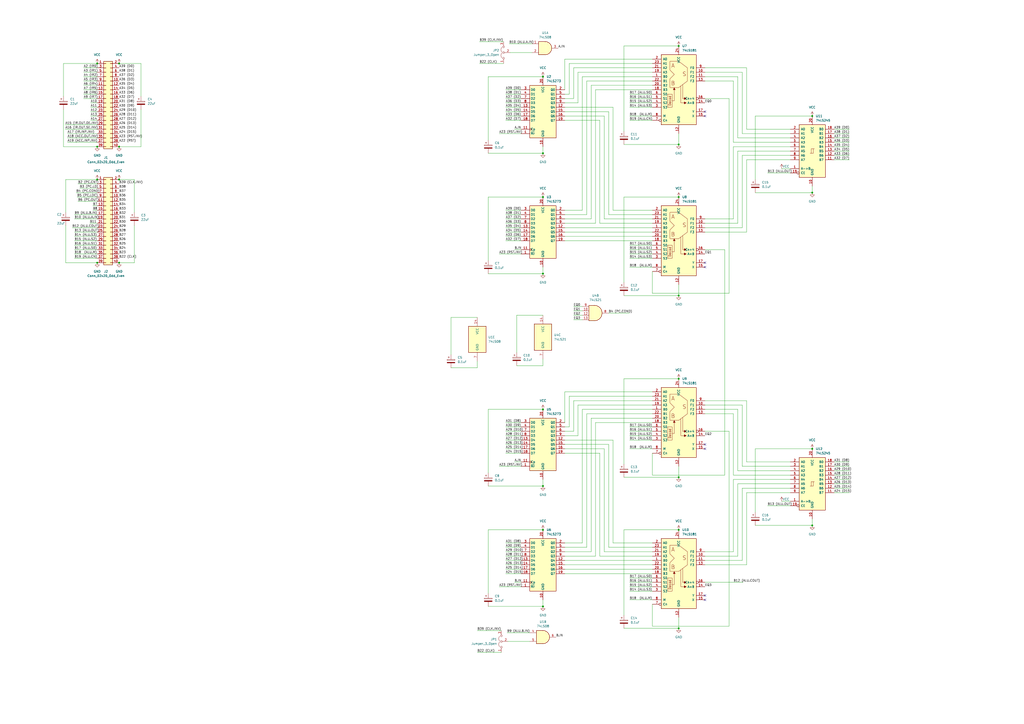
<source format=kicad_sch>
(kicad_sch (version 20211123) (generator eeschema)
  (paper "A2")
  (junction (at 393.7 364.49))
  (junction (at 314.96 44.45))
  (junction (at 314.96 158.75))
  (junction (at 69.088 85.09))
  (junction (at 56.388 152.4))
  (junction (at 393.7 26.67))
  (junction (at 69.088 104.14))
  (junction (at 393.7 276.86))
  (junction (at 69.088 36.83))
  (junction (at 56.388 104.14))
  (junction (at 393.7 114.3))
  (junction (at 314.96 237.49))
  (junction (at 56.388 36.83))
  (junction (at 69.088 152.4))
  (junction (at 314.96 351.79))
  (junction (at 314.96 307.34))
  (junction (at 471.17 111.76))
  (junction (at 314.96 281.94))
  (junction (at 314.96 114.3))
  (junction (at 393.7 83.82))
  (junction (at 393.7 171.45))
  (junction (at 471.17 304.8))
  (junction (at 393.7 307.34))
  (junction (at 314.96 88.9))
  (junction (at 393.7 219.71))
  (junction (at 56.388 85.09))
  (junction (at 471.17 260.35))
  (junction (at 471.17 67.31))
  (no_connect (at 408.94 64.77))
  (no_connect (at 408.94 152.4))
  (no_connect (at 408.94 257.81))
  (no_connect (at 408.94 260.35))
  (no_connect (at 408.94 345.44))
  (no_connect (at 408.94 347.98))
  (no_connect (at 408.94 154.94))
  (no_connect (at 408.94 67.31))
  (wire (pts (xy 483.87 270.51) (xy 492.76 270.51)))
  (wire (pts (xy 261.62 213.36) (xy 276.86 213.36)))
  (wire (pts (xy 433.07 232.41) (xy 408.94 232.41)))
  (wire (pts (xy 52.578 62.23) (xy 56.388 62.23)))
  (wire (pts (xy 471.17 304.8) (xy 471.17 300.99)))
  (wire (pts (xy 340.36 46.99) (xy 378.46 46.99)))
  (wire (pts (xy 378.46 350.52) (xy 378.46 363.22)))
  (wire (pts (xy 81.788 36.83) (xy 81.788 55.88)))
  (wire (pts (xy 81.788 85.09) (xy 81.788 63.5)))
  (wire (pts (xy 342.9 320.04) (xy 342.9 242.57)))
  (wire (pts (xy 295.91 30.48) (xy 308.61 30.48)))
  (wire (pts (xy 365.252 255.27) (xy 378.46 255.27)))
  (wire (pts (xy 445.262 293.37) (xy 458.47 293.37)))
  (wire (pts (xy 365.252 340.36) (xy 378.46 340.36)))
  (wire (pts (xy 471.17 111.76) (xy 471.17 107.95)))
  (wire (pts (xy 425.45 82.55) (xy 458.47 82.55)))
  (wire (pts (xy 365.252 337.82) (xy 378.46 337.82)))
  (wire (pts (xy 298.45 144.78) (xy 302.26 144.78)))
  (wire (pts (xy 430.53 77.47) (xy 458.47 77.47)))
  (wire (pts (xy 337.82 44.45) (xy 378.46 44.45)))
  (wire (pts (xy 430.53 234.95) (xy 430.53 270.51)))
  (wire (pts (xy 327.66 62.23) (xy 355.6 62.23)))
  (wire (pts (xy 427.99 87.63) (xy 427.99 129.54)))
  (wire (pts (xy 425.45 85.09) (xy 425.45 127)))
  (wire (pts (xy 293.37 247.65) (xy 302.26 247.65)))
  (wire (pts (xy 483.87 87.63) (xy 492.76 87.63)))
  (wire (pts (xy 294.132 367.03) (xy 307.34 367.03)))
  (wire (pts (xy 314.96 351.79) (xy 314.96 347.98)))
  (wire (pts (xy 293.37 327.66) (xy 302.26 327.66)))
  (wire (pts (xy 347.98 322.58) (xy 347.98 262.89)))
  (wire (pts (xy 365.252 335.28) (xy 378.46 335.28)))
  (wire (pts (xy 332.74 232.41) (xy 378.46 232.41)))
  (wire (pts (xy 327.66 332.74) (xy 378.46 332.74)))
  (wire (pts (xy 48.514 57.15) (xy 56.388 57.15)))
  (wire (pts (xy 378.46 170.18) (xy 422.91 170.18)))
  (wire (pts (xy 483.87 285.75) (xy 492.76 285.75)))
  (wire (pts (xy 483.87 275.59) (xy 492.76 275.59)))
  (wire (pts (xy 353.06 317.5) (xy 378.46 317.5)))
  (wire (pts (xy 330.2 54.61) (xy 330.2 36.83)))
  (wire (pts (xy 293.37 134.62) (xy 302.26 134.62)))
  (wire (pts (xy 350.52 320.04) (xy 378.46 320.04)))
  (wire (pts (xy 327.66 257.81) (xy 353.06 257.81)))
  (wire (pts (xy 327.66 139.7) (xy 378.46 139.7)))
  (wire (pts (xy 427.99 280.67) (xy 427.99 322.58)))
  (wire (pts (xy 293.37 137.16) (xy 302.26 137.16)))
  (wire (pts (xy 422.91 250.19) (xy 408.94 250.19)))
  (wire (pts (xy 408.94 127) (xy 425.45 127)))
  (wire (pts (xy 38.1 123.19) (xy 38.1 104.14)))
  (wire (pts (xy 365.252 154.94) (xy 378.46 154.94)))
  (wire (pts (xy 483.87 85.09) (xy 492.76 85.09)))
  (wire (pts (xy 378.46 262.89) (xy 378.46 275.59)))
  (wire (pts (xy 293.37 262.89) (xy 302.26 262.89)))
  (wire (pts (xy 350.52 260.35) (xy 350.52 320.04)))
  (wire (pts (xy 408.94 240.03) (xy 425.45 240.03)))
  (wire (pts (xy 365.252 260.35) (xy 378.46 260.35)))
  (wire (pts (xy 433.07 39.37) (xy 408.94 39.37)))
  (wire (pts (xy 278.13 36.83) (xy 292.1 36.83)))
  (wire (pts (xy 289.56 147.32) (xy 302.26 147.32)))
  (wire (pts (xy 327.66 34.29) (xy 378.46 34.29)))
  (wire (pts (xy 327.66 52.07) (xy 327.66 34.29)))
  (wire (pts (xy 433.07 267.97) (xy 433.07 232.41)))
  (wire (pts (xy 45.212 106.68) (xy 56.388 106.68)))
  (wire (pts (xy 278.13 24.13) (xy 292.1 24.13)))
  (wire (pts (xy 353.06 257.81) (xy 353.06 317.5)))
  (wire (pts (xy 438.15 304.8) (xy 471.17 304.8)))
  (wire (pts (xy 365.252 147.32) (xy 378.46 147.32)))
  (wire (pts (xy 330.2 247.65) (xy 330.2 229.87)))
  (wire (pts (xy 483.87 267.97) (xy 492.76 267.97)))
  (wire (pts (xy 453.39 97.79) (xy 458.47 97.79)))
  (wire (pts (xy 365.252 67.31) (xy 378.46 67.31)))
  (wire (pts (xy 332.74 250.19) (xy 332.74 232.41)))
  (wire (pts (xy 365.252 142.24) (xy 378.46 142.24)))
  (wire (pts (xy 314.96 281.94) (xy 314.96 278.13)))
  (wire (pts (xy 408.94 337.82) (xy 431.038 337.82)))
  (wire (pts (xy 330.2 36.83) (xy 378.46 36.83)))
  (wire (pts (xy 365.252 59.69) (xy 378.46 59.69)))
  (wire (pts (xy 314.96 158.75) (xy 314.96 154.94)))
  (wire (pts (xy 408.94 322.58) (xy 427.99 322.58)))
  (wire (pts (xy 335.28 234.95) (xy 378.46 234.95)))
  (wire (pts (xy 361.95 269.24) (xy 361.95 219.71)))
  (wire (pts (xy 48.514 41.91) (xy 56.388 41.91)))
  (wire (pts (xy 365.252 247.65) (xy 378.46 247.65)))
  (wire (pts (xy 43.18 137.16) (xy 56.388 137.16)))
  (wire (pts (xy 408.94 129.54) (xy 427.99 129.54)))
  (wire (pts (xy 408.94 134.62) (xy 433.07 134.62)))
  (wire (pts (xy 342.9 49.53) (xy 378.46 49.53)))
  (wire (pts (xy 342.9 127) (xy 342.9 49.53)))
  (wire (pts (xy 293.37 257.81) (xy 302.26 257.81)))
  (wire (pts (xy 293.37 57.15) (xy 302.26 57.15)))
  (wire (pts (xy 393.7 364.49) (xy 393.7 358.14)))
  (wire (pts (xy 36.83 36.83) (xy 56.388 36.83)))
  (wire (pts (xy 365.252 62.23) (xy 378.46 62.23)))
  (wire (pts (xy 408.94 237.49) (xy 427.99 237.49)))
  (wire (pts (xy 276.86 365.76) (xy 290.83 365.76)))
  (wire (pts (xy 327.66 252.73) (xy 335.28 252.73)))
  (wire (pts (xy 350.52 127) (xy 378.46 127)))
  (wire (pts (xy 425.45 46.99) (xy 425.45 82.55)))
  (wire (pts (xy 337.82 121.92) (xy 337.82 44.45)))
  (wire (pts (xy 44.196 111.76) (xy 56.388 111.76)))
  (wire (pts (xy 353.06 181.61) (xy 365.252 181.61)))
  (wire (pts (xy 420.37 144.78) (xy 408.94 144.78)))
  (wire (pts (xy 43.18 124.46) (xy 56.388 124.46)))
  (wire (pts (xy 340.36 240.03) (xy 378.46 240.03)))
  (wire (pts (xy 361.95 356.87) (xy 361.95 307.34)))
  (wire (pts (xy 52.578 64.77) (xy 56.388 64.77)))
  (wire (pts (xy 327.66 247.65) (xy 330.2 247.65)))
  (wire (pts (xy 327.66 314.96) (xy 337.82 314.96)))
  (wire (pts (xy 299.72 204.47) (xy 299.72 182.88)))
  (wire (pts (xy 408.94 41.91) (xy 430.53 41.91)))
  (wire (pts (xy 408.94 320.04) (xy 425.45 320.04)))
  (wire (pts (xy 327.66 325.12) (xy 378.46 325.12)))
  (wire (pts (xy 327.66 250.19) (xy 332.74 250.19)))
  (wire (pts (xy 293.37 317.5) (xy 302.26 317.5)))
  (wire (pts (xy 332.74 185.42) (xy 337.82 185.42)))
  (wire (pts (xy 427.99 80.01) (xy 458.47 80.01)))
  (wire (pts (xy 425.45 278.13) (xy 425.45 320.04)))
  (wire (pts (xy 283.21 237.49) (xy 314.96 237.49)))
  (wire (pts (xy 46.228 109.22) (xy 56.388 109.22)))
  (wire (pts (xy 48.514 54.61) (xy 56.388 54.61)))
  (wire (pts (xy 361.95 171.45) (xy 393.7 171.45)))
  (wire (pts (xy 298.45 74.93) (xy 302.26 74.93)))
  (wire (pts (xy 408.94 327.66) (xy 433.07 327.66)))
  (wire (pts (xy 43.18 142.24) (xy 56.388 142.24)))
  (wire (pts (xy 347.98 129.54) (xy 347.98 69.85)))
  (wire (pts (xy 427.99 237.49) (xy 427.99 273.05)))
  (wire (pts (xy 433.07 74.93) (xy 433.07 39.37)))
  (wire (pts (xy 283.21 44.45) (xy 314.96 44.45)))
  (wire (pts (xy 408.94 234.95) (xy 430.53 234.95)))
  (wire (pts (xy 458.47 74.93) (xy 433.07 74.93)))
  (wire (pts (xy 408.94 325.12) (xy 430.53 325.12)))
  (wire (pts (xy 293.37 54.61) (xy 302.26 54.61)))
  (wire (pts (xy 335.28 59.69) (xy 335.28 41.91)))
  (wire (pts (xy 52.578 69.85) (xy 56.388 69.85)))
  (wire (pts (xy 483.87 82.55) (xy 492.76 82.55)))
  (wire (pts (xy 438.15 67.31) (xy 471.17 67.31)))
  (wire (pts (xy 294.64 372.11) (xy 307.34 372.11)))
  (wire (pts (xy 293.37 314.96) (xy 302.26 314.96)))
  (wire (pts (xy 361.95 219.71) (xy 393.7 219.71)))
  (wire (pts (xy 332.74 39.37) (xy 378.46 39.37)))
  (wire (pts (xy 365.252 250.19) (xy 378.46 250.19)))
  (wire (pts (xy 427.99 87.63) (xy 458.47 87.63)))
  (wire (pts (xy 293.37 139.7) (xy 302.26 139.7)))
  (wire (pts (xy 283.21 344.17) (xy 283.21 307.34)))
  (wire (pts (xy 347.98 262.89) (xy 327.66 262.89)))
  (wire (pts (xy 483.87 80.01) (xy 492.76 80.01)))
  (wire (pts (xy 293.37 62.23) (xy 302.26 62.23)))
  (wire (pts (xy 293.37 127) (xy 302.26 127)))
  (wire (pts (xy 283.21 151.13) (xy 283.21 114.3)))
  (wire (pts (xy 438.15 104.14) (xy 438.15 67.31)))
  (wire (pts (xy 327.66 127) (xy 342.9 127)))
  (wire (pts (xy 53.848 121.92) (xy 56.388 121.92)))
  (wire (pts (xy 38.1 130.81) (xy 38.1 152.4)))
  (wire (pts (xy 327.66 59.69) (xy 335.28 59.69)))
  (wire (pts (xy 345.44 245.11) (xy 378.46 245.11)))
  (wire (pts (xy 327.66 54.61) (xy 330.2 54.61)))
  (wire (pts (xy 355.6 255.27) (xy 355.6 314.96)))
  (wire (pts (xy 337.82 237.49) (xy 378.46 237.49)))
  (wire (pts (xy 453.39 290.83) (xy 458.47 290.83)))
  (wire (pts (xy 314.96 88.9) (xy 314.96 85.09)))
  (wire (pts (xy 283.21 81.28) (xy 283.21 44.45)))
  (wire (pts (xy 378.46 157.48) (xy 378.46 170.18)))
  (wire (pts (xy 327.66 317.5) (xy 340.36 317.5)))
  (wire (pts (xy 337.82 314.96) (xy 337.82 237.49)))
  (wire (pts (xy 293.37 121.92) (xy 302.26 121.92)))
  (wire (pts (xy 293.37 245.11) (xy 302.26 245.11)))
  (wire (pts (xy 335.28 252.73) (xy 335.28 234.95)))
  (wire (pts (xy 283.21 307.34) (xy 314.96 307.34)))
  (wire (pts (xy 427.99 44.45) (xy 427.99 80.01)))
  (wire (pts (xy 365.252 252.73) (xy 378.46 252.73)))
  (wire (pts (xy 261.62 184.15) (xy 276.86 184.15)))
  (wire (pts (xy 342.9 242.57) (xy 378.46 242.57)))
  (wire (pts (xy 327.66 327.66) (xy 378.46 327.66)))
  (wire (pts (xy 430.53 283.21) (xy 458.47 283.21)))
  (wire (pts (xy 283.21 274.32) (xy 283.21 237.49)))
  (wire (pts (xy 345.44 129.54) (xy 345.44 52.07)))
  (wire (pts (xy 427.99 273.05) (xy 458.47 273.05)))
  (wire (pts (xy 365.252 69.85) (xy 378.46 69.85)))
  (wire (pts (xy 327.66 322.58) (xy 345.44 322.58)))
  (wire (pts (xy 355.6 62.23) (xy 355.6 121.92)))
  (wire (pts (xy 37.846 74.93) (xy 56.388 74.93)))
  (wire (pts (xy 393.7 276.86) (xy 393.7 270.51)))
  (wire (pts (xy 430.53 270.51) (xy 458.47 270.51)))
  (wire (pts (xy 430.53 90.17) (xy 430.53 132.08)))
  (wire (pts (xy 361.95 83.82) (xy 393.7 83.82)))
  (wire (pts (xy 361.95 276.86) (xy 393.7 276.86)))
  (wire (pts (xy 330.2 229.87) (xy 378.46 229.87)))
  (wire (pts (xy 276.86 213.36) (xy 276.86 209.55)))
  (wire (pts (xy 52.578 59.69) (xy 56.388 59.69)))
  (wire (pts (xy 41.91 132.08) (xy 56.388 132.08)))
  (wire (pts (xy 289.56 340.36) (xy 302.26 340.36)))
  (wire (pts (xy 293.37 252.73) (xy 302.26 252.73)))
  (wire (pts (xy 69.088 152.4) (xy 77.978 152.4)))
  (wire (pts (xy 293.37 325.12) (xy 302.26 325.12)))
  (wire (pts (xy 327.66 260.35) (xy 350.52 260.35)))
  (wire (pts (xy 69.088 85.09) (xy 81.788 85.09)))
  (wire (pts (xy 433.07 285.75) (xy 433.07 327.66)))
  (wire (pts (xy 48.514 39.37) (xy 56.388 39.37)))
  (wire (pts (xy 361.95 26.67) (xy 393.7 26.67)))
  (wire (pts (xy 332.74 57.15) (xy 332.74 39.37)))
  (wire (pts (xy 39.116 82.55) (xy 56.388 82.55)))
  (wire (pts (xy 52.07 129.54) (xy 56.388 129.54)))
  (wire (pts (xy 327.66 255.27) (xy 355.6 255.27)))
  (wire (pts (xy 483.87 278.13) (xy 492.76 278.13)))
  (wire (pts (xy 314.96 212.09) (xy 314.96 208.28)))
  (wire (pts (xy 283.21 158.75) (xy 314.96 158.75)))
  (wire (pts (xy 293.37 67.31) (xy 302.26 67.31)))
  (wire (pts (xy 340.36 317.5) (xy 340.36 240.03)))
  (wire (pts (xy 43.18 139.7) (xy 56.388 139.7)))
  (wire (pts (xy 293.37 330.2) (xy 302.26 330.2)))
  (wire (pts (xy 332.74 180.34) (xy 337.82 180.34)))
  (wire (pts (xy 408.94 46.99) (xy 425.45 46.99)))
  (wire (pts (xy 425.45 275.59) (xy 458.47 275.59)))
  (wire (pts (xy 393.7 83.82) (xy 393.7 77.47)))
  (wire (pts (xy 361.95 307.34) (xy 393.7 307.34)))
  (wire (pts (xy 365.252 149.86) (xy 378.46 149.86)))
  (wire (pts (xy 299.72 212.09) (xy 314.96 212.09)))
  (wire (pts (xy 327.66 137.16) (xy 378.46 137.16)))
  (wire (pts (xy 293.37 132.08) (xy 302.26 132.08)))
  (wire (pts (xy 283.21 281.94) (xy 314.96 281.94)))
  (wire (pts (xy 293.37 250.19) (xy 302.26 250.19)))
  (wire (pts (xy 283.21 114.3) (xy 314.96 114.3)))
  (wire (pts (xy 365.252 57.15) (xy 378.46 57.15)))
  (wire (pts (xy 69.088 104.14) (xy 77.978 104.14)))
  (wire (pts (xy 327.66 67.31) (xy 350.52 67.31)))
  (wire (pts (xy 48.514 49.53) (xy 56.388 49.53)))
  (wire (pts (xy 340.36 124.46) (xy 340.36 46.99)))
  (wire (pts (xy 43.18 127) (xy 56.388 127)))
  (wire (pts (xy 293.37 64.77) (xy 302.26 64.77)))
  (wire (pts (xy 353.06 64.77) (xy 353.06 124.46)))
  (wire (pts (xy 298.45 267.97) (xy 302.26 267.97)))
  (wire (pts (xy 261.62 205.74) (xy 261.62 184.15)))
  (wire (pts (xy 77.978 152.4) (xy 77.978 130.81)))
  (wire (pts (xy 458.47 267.97) (xy 433.07 267.97)))
  (wire (pts (xy 425.45 85.09) (xy 458.47 85.09)))
  (wire (pts (xy 408.94 132.08) (xy 430.53 132.08)))
  (wire (pts (xy 39.116 77.47) (xy 56.388 77.47)))
  (wire (pts (xy 327.66 124.46) (xy 340.36 124.46)))
  (wire (pts (xy 293.37 124.46) (xy 302.26 124.46)))
  (wire (pts (xy 298.45 337.82) (xy 302.26 337.82)))
  (wire (pts (xy 355.6 121.92) (xy 378.46 121.92)))
  (wire (pts (xy 430.53 90.17) (xy 458.47 90.17)))
  (wire (pts (xy 483.87 280.67) (xy 492.76 280.67)))
  (wire (pts (xy 430.53 283.21) (xy 430.53 325.12)))
  (wire (pts (xy 299.72 182.88) (xy 314.96 182.88)))
  (wire (pts (xy 289.56 270.51) (xy 302.26 270.51)))
  (wire (pts (xy 427.99 280.67) (xy 458.47 280.67)))
  (wire (pts (xy 361.95 163.83) (xy 361.95 114.3)))
  (wire (pts (xy 425.45 240.03) (xy 425.45 275.59)))
  (wire (pts (xy 483.87 92.71) (xy 492.76 92.71)))
  (wire (pts (xy 361.95 76.2) (xy 361.95 26.67)))
  (wire (pts (xy 43.18 149.86) (xy 56.388 149.86)))
  (wire (pts (xy 347.98 69.85) (xy 327.66 69.85)))
  (wire (pts (xy 293.37 255.27) (xy 302.26 255.27)))
  (wire (pts (xy 293.37 260.35) (xy 302.26 260.35)))
  (wire (pts (xy 36.83 63.5) (xy 36.83 85.09)))
  (wire (pts (xy 361.95 364.49) (xy 393.7 364.49)))
  (wire (pts (xy 422.91 363.22) (xy 422.91 250.19)))
  (wire (pts (xy 350.52 67.31) (xy 350.52 127)))
  (wire (pts (xy 327.66 129.54) (xy 345.44 129.54)))
  (wire (pts (xy 438.15 260.35) (xy 471.17 260.35)))
  (wire (pts (xy 445.262 100.33) (xy 458.47 100.33)))
  (wire (pts (xy 332.74 177.8) (xy 337.82 177.8)))
  (wire (pts (xy 52.578 67.31) (xy 56.388 67.31)))
  (wire (pts (xy 43.18 147.32) (xy 56.388 147.32)))
  (wire (pts (xy 39.116 80.01) (xy 56.388 80.01)))
  (wire (pts (xy 289.56 77.47) (xy 302.26 77.47)))
  (wire (pts (xy 48.514 52.07) (xy 56.388 52.07)))
  (wire (pts (xy 335.28 41.91) (xy 378.46 41.91)))
  (wire (pts (xy 365.252 54.61) (xy 378.46 54.61)))
  (wire (pts (xy 38.1 152.4) (xy 56.388 152.4)))
  (wire (pts (xy 293.37 320.04) (xy 302.26 320.04)))
  (wire (pts (xy 293.37 59.69) (xy 302.26 59.69)))
  (wire (pts (xy 438.15 111.76) (xy 471.17 111.76)))
  (wire (pts (xy 48.514 46.99) (xy 56.388 46.99)))
  (wire (pts (xy 422.91 57.15) (xy 408.94 57.15)))
  (wire (pts (xy 430.53 41.91) (xy 430.53 77.47)))
  (wire (pts (xy 332.74 182.88) (xy 337.82 182.88)))
  (wire (pts (xy 293.37 332.74) (xy 302.26 332.74)))
  (wire (pts (xy 293.37 69.85) (xy 302.26 69.85)))
  (wire (pts (xy 483.87 77.47) (xy 492.76 77.47)))
  (wire (pts (xy 327.66 320.04) (xy 342.9 320.04)))
  (wire (pts (xy 327.66 330.2) (xy 378.46 330.2)))
  (wire (pts (xy 283.21 351.79) (xy 314.96 351.79)))
  (wire (pts (xy 53.848 119.38) (xy 56.388 119.38)))
  (wire (pts (xy 422.91 170.18) (xy 422.91 57.15)))
  (wire (pts (xy 37.846 72.39) (xy 56.388 72.39)))
  (wire (pts (xy 43.18 134.62) (xy 56.388 134.62)))
  (wire (pts (xy 378.46 275.59) (xy 420.37 275.59)))
  (wire (pts (xy 276.86 378.46) (xy 290.83 378.46)))
  (wire (pts (xy 48.514 44.45) (xy 56.388 44.45)))
  (wire (pts (xy 293.37 52.07) (xy 302.26 52.07)))
  (wire (pts (xy 378.46 322.58) (xy 347.98 322.58)))
  (wire (pts (xy 327.66 227.33) (xy 378.46 227.33)))
  (wire (pts (xy 327.66 121.92) (xy 337.82 121.92)))
  (wire (pts (xy 327.66 134.62) (xy 378.46 134.62)))
  (wire (pts (xy 345.44 322.58) (xy 345.44 245.11)))
  (wire (pts (xy 43.18 144.78) (xy 56.388 144.78)))
  (wire (pts (xy 293.37 129.54) (xy 302.26 129.54)))
  (wire (pts (xy 45.212 116.84) (xy 56.388 116.84)))
  (wire (pts (xy 38.1 104.14) (xy 56.388 104.14)))
  (wire (pts (xy 483.87 273.05) (xy 492.76 273.05)))
  (wire (pts (xy 408.94 44.45) (xy 427.99 44.45)))
  (wire (pts (xy 378.46 129.54) (xy 347.98 129.54)))
  (wire (pts (xy 327.66 132.08) (xy 378.46 132.08)))
  (wire (pts (xy 327.66 245.11) (xy 327.66 227.33)))
  (wire (pts (xy 433.07 92.71) (xy 433.07 134.62)))
  (wire (pts (xy 378.46 363.22) (xy 422.91 363.22)))
  (wire (pts (xy 295.402 25.4) (xy 308.61 25.4)))
  (wire (pts (xy 433.07 92.71) (xy 458.47 92.71)))
  (wire (pts (xy 293.37 322.58) (xy 302.26 322.58)))
  (wire (pts (xy 69.088 36.83) (xy 81.788 36.83)))
  (wire (pts (xy 393.7 171.45) (xy 393.7 165.1)))
  (wire (pts (xy 365.252 347.98) (xy 378.46 347.98)))
  (wire (pts (xy 36.83 55.88) (xy 36.83 36.83)))
  (wire (pts (xy 36.83 85.09) (xy 56.388 85.09)))
  (wire (pts (xy 483.87 90.17) (xy 492.76 90.17)))
  (wire (pts (xy 345.44 52.07) (xy 378.46 52.07)))
  (wire (pts (xy 420.37 275.59) (xy 420.37 144.78)))
  (wire (pts (xy 355.6 314.96) (xy 378.46 314.96)))
  (wire (pts (xy 483.87 74.93) (xy 492.76 74.93)))
  (wire (pts (xy 361.95 114.3) (xy 393.7 114.3)))
  (wire (pts (xy 327.66 57.15) (xy 332.74 57.15)))
  (wire (pts (xy 433.07 285.75) (xy 458.47 285.75)))
  (wire (pts (xy 327.66 64.77) (xy 353.06 64.77)))
  (wire (pts (xy 283.21 88.9) (xy 314.96 88.9)))
  (wire (pts (xy 353.06 124.46) (xy 378.46 124.46)))
  (wire (pts (xy 425.45 278.13) (xy 458.47 278.13)))
  (wire (pts (xy 438.15 297.18) (xy 438.15 260.35)))
  (wire (pts (xy 365.252 144.78) (xy 378.46 144.78)))
  (wire (pts (xy 77.978 104.14) (xy 77.978 123.19)))
  (wire (pts (xy 365.252 342.9) (xy 378.46 342.9)))
  (wire (pts (xy 44.704 114.3) (xy 56.388 114.3)))
  (wire (pts (xy 483.87 283.21) (xy 492.76 283.21)))
  (label "B7" (at 53.848 119.38 0))
  (label "A27 (D12)" (at 69.088 69.85 0))
  (label "A24 (D15)" (at 69.088 77.47 0))
  (label "A25 (D14)" (at 293.37 330.2 0))
  (label "A28 (D11)" (at 293.37 322.58 0))
  (label "A32 (D7)" (at 293.37 69.85 0))
  (label "A33 (D6)" (at 69.088 54.61 0))
  (label "B23" (at 69.088 147.32 0))
  (label "B39 (CLK.INV)" (at 278.13 24.13 0))
  (label "B38" (at 69.088 109.22 0))
  (label "B22 (CLK)" (at 276.86 378.46 0))
  (label "B31" (at 69.088 127 0))
  (label "B27" (at 69.088 137.16 0))
  (label "A37 (D2)" (at 483.87 80.01 0))
  (label "A24 (D15)" (at 293.37 262.89 0))
  (label "A28 (D11)" (at 483.87 275.59 0))
  (label "A38 (D1)" (at 293.37 54.61 0))
  (label "A23 (RST.INV)" (at 289.56 77.47 0))
  (label "A38 (D1)" (at 293.37 124.46 0))
  (label "EQ3" (at 332.74 185.42 0))
  (label "B14 (ALU.S3)" (at 365.252 62.23 0))
  (label "B19 (ALU.CN)" (at 43.18 149.86 0))
  (label "B39 (CLK.INV)" (at 69.088 106.68 0))
  (label "B17 (ALU.S0)" (at 365.252 54.61 0))
  (label "B39 (CLK.INV)" (at 276.86 365.76 0))
  (label "B25" (at 69.088 142.24 0))
  (label "A23 (RST.INV)" (at 289.56 270.51 0))
  (label "A39 (D0)" (at 69.088 39.37 0))
  (label "A.IN" (at 298.45 267.97 0))
  (label "A36 (D3)" (at 293.37 59.69 0))
  (label "B10 (ALU.A.IN)" (at 43.18 127 0))
  (label "A27 (D12)" (at 293.37 325.12 0))
  (label "A12" (at 52.578 64.77 0))
  (label "A29 (D10)" (at 293.37 320.04 0))
  (label "A32 (D7)" (at 483.87 92.71 0))
  (label "B15 (ALU.S2)" (at 365.252 252.73 0))
  (label "B15 (ALU.S2)" (at 43.18 139.7 0))
  (label "B15 (ALU.S2)" (at 365.252 147.32 0))
  (label "EQ1" (at 408.94 147.32 0))
  (label "B35" (at 69.088 116.84 0))
  (label "EQ0" (at 332.74 177.8 0))
  (label "A31 (D8)" (at 293.37 245.11 0))
  (label "A25 (D14)" (at 483.87 283.21 0))
  (label "B26" (at 69.088 139.7 0))
  (label "A33 (D6)" (at 293.37 137.16 0))
  (label "A26 (D13)" (at 483.87 280.67 0))
  (label "EQ2" (at 332.74 182.88 0))
  (label "B5 (PC.LDC)" (at 44.704 114.3 0))
  (label "B3 (PC.LD)" (at 46.228 109.22 0))
  (label "A17 (IR.INP.INV)" (at 39.116 77.47 0))
  (label "B15 (ALU.S2)" (at 365.252 340.36 0))
  (label "A31 (D8)" (at 293.37 314.96 0))
  (label "A36 (D3)" (at 293.37 129.54 0))
  (label "B13 (ALU.OUT)" (at 445.262 100.33 0))
  (label "A27 (D12)" (at 293.37 255.27 0))
  (label "B17 (ALU.S0)" (at 43.18 144.78 0))
  (label "B18  (ALU.M)" (at 365.252 154.94 0))
  (label "A14" (at 52.578 69.85 0))
  (label "B34" (at 69.088 119.38 0))
  (label "A16 (IR.OUT.SE.INV)" (at 37.846 74.93 0))
  (label "B13 (ALU.OUT)" (at 43.18 134.62 0))
  (label "B12 (ALU.COUT)" (at 425.45 337.82 0))
  (label "A24 (D15)" (at 293.37 332.74 0))
  (label "A8 (IR6)" (at 48.514 54.61 0))
  (label "B17 (ALU.S0)" (at 365.252 247.65 0))
  (label "B.IN" (at 298.45 144.78 0))
  (label "B14 (ALU.S3)" (at 43.18 137.16 0))
  (label "B12 (ALU.COUT)" (at 41.91 132.08 0))
  (label "A31 (D8)" (at 483.87 267.97 0))
  (label "A23 (RST.INV)" (at 69.088 80.01 0))
  (label "B33" (at 69.088 121.92 0))
  (label "A7 (IR5)" (at 48.514 52.07 0))
  (label "B11" (at 52.07 129.54 0))
  (label "A23 (RST.INV)" (at 289.56 340.36 0))
  (label "A31 (D8)" (at 69.088 59.69 0))
  (label "B16 (ALU.S1)" (at 365.252 57.15 0))
  (label "A37 (D2)" (at 293.37 127 0))
  (label "B18  (ALU.M)" (at 365.252 260.35 0))
  (label "B19 (ALU.CN)" (at 365.252 69.85 0))
  (label "B16 (ALU.S1)" (at 365.252 144.78 0))
  (label "B28" (at 69.088 134.62 0))
  (label "A26 (D13)" (at 293.37 327.66 0))
  (label "B6 (PC.OUT)" (at 45.212 116.84 0))
  (label "A36 (D3)" (at 69.088 46.99 0))
  (label "EQ1" (at 332.74 180.34 0))
  (label "B14 (ALU.S3)" (at 365.252 255.27 0))
  (label "A30 (D9)" (at 293.37 247.65 0))
  (label "A27 (D12)" (at 483.87 278.13 0))
  (label "A30 (D9)" (at 483.87 270.51 0))
  (label "A35 (D4)" (at 293.37 62.23 0))
  (label "A22 (RST)" (at 69.088 82.55 0))
  (label "A19 (ACC.INP.INV)" (at 39.116 82.55 0))
  (label "EQ0" (at 408.94 59.69 0))
  (label "B4 (PC.COND)" (at 353.06 181.61 0))
  (label "A34 (D5)" (at 293.37 64.77 0))
  (label "A15 (IR.OUT.OE.INV)" (at 37.846 72.39 0))
  (label "B36" (at 69.088 114.3 0))
  (label "B18  (ALU.M)" (at 43.18 147.32 0))
  (label "A36 (D3)" (at 483.87 82.55 0))
  (label "B4 (PC.COND)" (at 44.196 111.76 0))
  (label "A29 (D10)" (at 69.088 64.77 0))
  (label "A35 (D4)" (at 483.87 85.09 0))
  (label "B15 (ALU.S2)" (at 365.252 59.69 0))
  (label "A32 (D7)" (at 293.37 139.7 0))
  (label "A25 (D14)" (at 293.37 260.35 0))
  (label "A5 (IR3)" (at 48.514 46.99 0))
  (label "A29 (D10)" (at 483.87 273.05 0))
  (label "B8" (at 53.848 121.92 0))
  (label "A26 (D13)" (at 293.37 257.81 0))
  (label "B10 (ALU.A.IN)" (at 295.402 25.4 0))
  (label "A2 (IR0)" (at 48.514 39.37 0))
  (label "B.IN" (at 298.45 337.82 0))
  (label "A34 (D5)" (at 293.37 134.62 0))
  (label "B18  (ALU.M)" (at 365.252 347.98 0))
  (label "A37 (D2)" (at 69.088 44.45 0))
  (label "A34 (D5)" (at 69.088 52.07 0))
  (label "A10" (at 52.578 59.69 0))
  (label "A32 (D7)" (at 69.088 57.15 0))
  (label "A28 (D11)" (at 293.37 252.73 0))
  (label "A33 (D6)" (at 293.37 67.31 0))
  (label "B2 (PC.CNT)" (at 45.212 106.68 0))
  (label "B22 (CLK)" (at 69.088 149.86 0))
  (label "B18  (ALU.M)" (at 365.252 67.31 0))
  (label "A30 (D9)" (at 293.37 317.5 0))
  (label "B14 (ALU.S3)" (at 365.252 342.9 0))
  (label "A35 (D4)" (at 293.37 132.08 0))
  (label "B9 (ALU.B.IN)" (at 43.18 124.46 0))
  (label "B24" (at 69.088 144.78 0))
  (label "A29 (D10)" (at 293.37 250.19 0))
  (label "A38 (D1)" (at 483.87 77.47 0))
  (label "A6 (IR4)" (at 48.514 49.53 0))
  (label "A39 (D0)" (at 483.87 74.93 0))
  (label "B9 (ALU.B.IN)" (at 294.132 367.03 0))
  (label "A24 (D15)" (at 483.87 285.75 0))
  (label "A35 (D4)" (at 69.088 49.53 0))
  (label "B16 (ALU.S1)" (at 365.252 250.19 0))
  (label "A9 (IR7)" (at 48.514 57.15 0))
  (label "A13" (at 52.578 67.31 0))
  (label "A4 (IR2)" (at 48.514 44.45 0))
  (label "EQ2" (at 408.94 252.73 0))
  (label "A28 (D11)" (at 69.088 67.31 0))
  (label "A33 (D6)" (at 483.87 90.17 0))
  (label "A39 (D0)" (at 293.37 121.92 0))
  (label "B30" (at 69.088 129.54 0))
  (label "A3 (IR1)" (at 48.514 41.91 0))
  (label "EQ3" (at 408.94 340.36 0))
  (label "B32" (at 69.088 124.46 0))
  (label "B22 (CLK)" (at 278.13 36.83 0))
  (label "B17 (ALU.S0)" (at 365.252 142.24 0))
  (label "B17 (ALU.S0)" (at 365.252 335.28 0))
  (label "A25 (D14)" (at 69.088 74.93 0))
  (label "B29" (at 69.088 132.08 0))
  (label "A.IN" (at 298.45 74.93 0))
  (label "A30 (D9)" (at 69.088 62.23 0))
  (label "B14 (ALU.S3)" (at 365.252 149.86 0))
  (label "A.IN" (at 323.85 27.94 0))
  (label "A18 (ACC.OUT.INV)" (at 39.116 80.01 0))
  (label "B.IN" (at 322.58 369.57 0))
  (label "A39 (D0)" (at 293.37 52.07 0))
  (label "B16 (ALU.S1)" (at 365.252 337.82 0))
  (label "A37 (D2)" (at 293.37 57.15 0))
  (label "B16 (ALU.S1)" (at 43.18 142.24 0))
  (label "A34 (D5)" (at 483.87 87.63 0))
  (label "A11" (at 52.578 62.23 0))
  (label "B13 (ALU.OUT)" (at 445.262 293.37 0))
  (label "A23 (RST.INV)" (at 289.56 147.32 0))
  (label "A26 (D13)" (at 69.088 72.39 0))
  (label "A38 (D1)" (at 69.088 41.91 0))
  (label "B37" (at 69.088 111.76 0))
  (symbol (lib_id "74xx:74LS08") (at 314.96 369.57 0) (unit 2)
    (property "Reference" "U1" (at 314.96 360.68 0))
    (property "Value" "74LS08" (at 314.96 363.22 0))
    (property "Footprint" "Package_DIP:DIP-14_W7.62mm" (effects hide))
    (property "Datasheet" "http://www.ti.com/lit/gpn/sn74LS08" (effects hide))
  )
  (symbol (lib_id "power:VCC") (at 314.96 44.45 0) (unit 1)
    (property "Reference" "#PWR09" (effects hide))
    (property "Value" "VCC" (at 314.96 39.37 0))
  )
  (symbol (lib_id "power:GND") (at 471.17 111.76 0) (unit 1)
    (property "Reference" "#PWR028" (effects hide))
    (property "Value" "GND" (at 471.17 116.84 0))
  )
  (symbol (lib_id "power:GND") (at 393.7 364.49 0) (unit 1)
    (property "Reference" "#PWR024" (effects hide))
    (property "Value" "GND" (at 393.7 369.57 0))
  )
  (symbol (lib_id "power:GND") (at 471.17 304.8 0) (unit 1)
    (property "Reference" "#PWR030" (effects hide))
    (property "Value" "GND" (at 471.17 309.88 0))
  )
  (symbol (lib_id "Device:C_Polarized") (at 81.788 59.69 0) (unit 1)
    (property "Reference" "C4" (at 85.598 57.5309 0) (effects (justify left)))
    (property "Value" "22uf" (at 85.598 60.0709 0) (effects (justify left)))
    (property "Footprint" "Capacitor_THT:CP_Radial_D4.0mm_P2.00mm" (effects hide))
  )
  (symbol (lib_id "power:VCC") (at 393.7 307.34 0) (unit 1)
    (property "Reference" "#PWR023" (effects hide))
    (property "Value" "VCC" (at 393.7 302.26 0))
  )
  (symbol (lib_id "power:VCC") (at 393.7 114.3 0) (unit 1)
    (property "Reference" "#PWR019" (effects hide))
    (property "Value" "VCC" (at 393.7 109.22 0))
  )
  (symbol (lib_id "74xx:74LS21") (at 314.96 195.58 0) (unit 3)
    (property "Reference" "U4" (at 321.31 194.3099 0) (effects (justify left)))
    (property "Value" "74LS21" (at 321.31 196.8499 0) (effects (justify left)))
    (property "Footprint" "Package_DIP:DIP-14_W7.62mm" (effects hide))
    (property "Datasheet" "http://www.ti.com/lit/gpn/sn74LS21" (effects hide))
  )
  (symbol (lib_id "Device:C_Polarized") (at 283.21 347.98 0) (unit 1)
    (property "Reference" "C9" (at 287.02 345.8209 0) (effects (justify left)))
    (property "Value" "0.1uf" (at 287.02 348.3609 0) (effects (justify left)))
    (property "Footprint" "Capacitor_THT:CP_Radial_D4.0mm_P2.00mm" (effects hide))
  )
  (symbol (lib_id "power:GND") (at 393.7 83.82 0) (unit 1)
    (property "Reference" "#PWR018" (effects hide))
    (property "Value" "GND" (at 393.7 88.9 0))
  )
  (symbol (lib_id "74xx:74LS273") (at 314.96 64.77 0) (unit 1)
    (property "Reference" "U2" (at 316.9794 44.45 0) (effects (justify left)))
    (property "Value" "74LS273" (at 316.9794 46.99 0) (effects (justify left)))
    (property "Footprint" "Package_DIP:DIP-20_W7.62mm" (effects hide))
    (property "Datasheet" "http://www.ti.com/lit/gpn/sn74LS273" (effects hide))
  )
  (symbol (lib_id "Connector_Generic:Conn_02x20_Odd_Even") (at 61.468 127 0) (unit 1)
    (property "Reference" "J2" (at 61.468 157.48 0))
    (property "Value" "Conn_02x20_Odd_Even" (at 61.468 160.02 0))
    (property "Footprint" "Connector_PinSocket_2.54mm:PinSocket_2x20_P2.54mm_Vertical" (effects hide))
  )
  (symbol (lib_id "power:GND") (at 314.96 158.75 0) (unit 1)
    (property "Reference" "#PWR012" (effects hide))
    (property "Value" "GND" (at 314.96 163.83 0))
  )
  (symbol (lib_id "74xx:74LS245") (at 471.17 87.63 0) (unit 1)
    (property "Reference" "U11" (at 473.1894 67.31 0) (effects (justify left)))
    (property "Value" "74LS245" (at 473.1894 69.85 0) (effects (justify left)))
    (property "Footprint" "Package_DIP:DIP-20_W7.62mm" (effects hide))
    (property "Datasheet" "http://www.ti.com/lit/gpn/sn74LS245" (effects hide))
  )
  (symbol (lib_id "74xx:74LS181") (at 393.7 52.07 0) (unit 1)
    (property "Reference" "U7" (at 395.7194 26.67 0) (effects (justify left)))
    (property "Value" "74LS181" (at 395.7194 29.21 0) (effects (justify left)))
    (property "Footprint" "Package_DIP:DIP-24_W15.24mm" (effects hide))
    (property "Datasheet" "74xx/74F181.pdf" (effects hide))
  )
  (symbol (lib_id "power:GND") (at 393.7 276.86 0) (unit 1)
    (property "Reference" "#PWR022" (effects hide))
    (property "Value" "GND" (at 393.7 281.94 0))
  )
  (symbol (lib_id "power:GND") (at 314.96 281.94 0) (unit 1)
    (property "Reference" "#PWR014" (effects hide))
    (property "Value" "GND" (at 314.96 287.02 0))
  )
  (symbol (lib_id "power:VCC") (at 69.088 104.14 0) (unit 1)
    (property "Reference" "#PWR07" (effects hide))
    (property "Value" "VCC" (at 69.088 99.06 0))
  )
  (symbol (lib_id "power:VCC") (at 314.96 237.49 0) (unit 1)
    (property "Reference" "#PWR013" (effects hide))
    (property "Value" "VCC" (at 314.96 232.41 0))
  )
  (symbol (lib_id "power:VCC") (at 314.96 307.34 0) (unit 1)
    (property "Reference" "#PWR015" (effects hide))
    (property "Value" "VCC" (at 314.96 302.26 0))
  )
  (symbol (lib_id "74xx:74LS273") (at 314.96 327.66 0) (unit 1)
    (property "Reference" "U6" (at 316.9794 307.34 0) (effects (justify left)))
    (property "Value" "74LS273" (at 316.9794 309.88 0) (effects (justify left)))
    (property "Footprint" "Package_DIP:DIP-20_W7.62mm" (effects hide))
    (property "Datasheet" "http://www.ti.com/lit/gpn/sn74LS273" (effects hide))
  )
  (symbol (lib_id "74xx:74LS08") (at 276.86 196.85 0) (unit 5)
    (property "Reference" "U1" (at 283.21 195.5799 0) (effects (justify left)))
    (property "Value" "74LS08" (at 283.21 198.1199 0) (effects (justify left)))
    (property "Footprint" "Package_DIP:DIP-14_W7.62mm" (effects hide))
    (property "Datasheet" "http://www.ti.com/lit/gpn/sn74LS08" (effects hide))
  )
  (symbol (lib_id "Device:C_Polarized") (at 361.95 360.68 0) (unit 1)
    (property "Reference" "C14" (at 365.76 358.5209 0) (effects (justify left)))
    (property "Value" "0.1uf" (at 365.76 361.0609 0) (effects (justify left)))
    (property "Footprint" "Capacitor_THT:CP_Radial_D4.0mm_P2.00mm" (effects hide))
  )
  (symbol (lib_id "Device:C_Polarized") (at 361.95 273.05 0) (unit 1)
    (property "Reference" "C13" (at 365.76 270.8909 0) (effects (justify left)))
    (property "Value" "0.1uf" (at 365.76 273.4309 0) (effects (justify left)))
    (property "Footprint" "Capacitor_THT:CP_Radial_D4.0mm_P2.00mm" (effects hide))
  )
  (symbol (lib_id "74xx:74LS08") (at 316.23 27.94 0) (unit 1)
    (property "Reference" "U1" (at 316.23 19.05 0))
    (property "Value" "74LS08" (at 316.23 21.59 0))
    (property "Footprint" "Package_DIP:DIP-14_W7.62mm" (effects hide))
    (property "Datasheet" "http://www.ti.com/lit/gpn/sn74LS08" (effects hide))
  )
  (symbol (lib_id "74xx:74LS181") (at 393.7 139.7 0) (unit 1)
    (property "Reference" "U8" (at 395.7194 114.3 0) (effects (justify left)))
    (property "Value" "74LS181" (at 395.7194 116.84 0) (effects (justify left)))
    (property "Footprint" "Package_DIP:DIP-24_W15.24mm" (effects hide))
    (property "Datasheet" "74xx/74F181.pdf" (effects hide))
  )
  (symbol (lib_id "power:VCC") (at 56.388 104.14 0) (unit 1)
    (property "Reference" "#PWR03" (effects hide))
    (property "Value" "VCC" (at 56.388 99.06 0))
  )
  (symbol (lib_id "Device:C_Polarized") (at 283.21 154.94 0) (unit 1)
    (property "Reference" "C7" (at 287.02 152.7809 0) (effects (justify left)))
    (property "Value" "0.1uf" (at 287.02 155.3209 0) (effects (justify left)))
    (property "Footprint" "Capacitor_THT:CP_Radial_D4.0mm_P2.00mm" (effects hide))
  )
  (symbol (lib_id "power:VCC") (at 453.39 97.79 0) (unit 1)
    (property "Reference" "#PWR025" (effects hide))
    (property "Value" "VCC" (at 455.93 96.52 0))
  )
  (symbol (lib_id "Jumper:Jumper_3_Open") (at 292.1 30.48 90) (unit 1)
    (property "Reference" "JP2" (at 289.56 29.2099 90) (effects (justify left)))
    (property "Value" "Jumper_3_Open" (at 289.56 31.7499 90) (effects (justify left)))
    (property "Footprint" "Connector_PinHeader_2.54mm:PinHeader_1x03_P2.54mm_Vertical" (effects hide))
  )
  (symbol (lib_id "Device:C_Polarized") (at 283.21 85.09 0) (unit 1)
    (property "Reference" "C6" (at 287.02 82.9309 0) (effects (justify left)))
    (property "Value" "0.1uf" (at 287.02 85.4709 0) (effects (justify left)))
    (property "Footprint" "Capacitor_THT:CP_Radial_D4.0mm_P2.00mm" (effects hide))
  )
  (symbol (lib_id "Device:C_Polarized") (at 283.21 278.13 0) (unit 1)
    (property "Reference" "C8" (at 287.02 275.9709 0) (effects (justify left)))
    (property "Value" "0.1uf" (at 287.02 278.5109 0) (effects (justify left)))
    (property "Footprint" "Capacitor_THT:CP_Radial_D4.0mm_P2.00mm" (effects hide))
  )
  (symbol (lib_id "Device:C_Polarized") (at 361.95 167.64 0) (unit 1)
    (property "Reference" "C12" (at 365.76 165.4809 0) (effects (justify left)))
    (property "Value" "0.1uf" (at 365.76 168.0209 0) (effects (justify left)))
    (property "Footprint" "Capacitor_THT:CP_Radial_D4.0mm_P2.00mm" (effects hide))
  )
  (symbol (lib_id "power:GND") (at 69.088 152.4 0) (unit 1)
    (property "Reference" "#PWR08" (effects hide))
    (property "Value" "GND" (at 69.088 157.48 0))
  )
  (symbol (lib_id "Device:C_Polarized") (at 38.1 127 0) (unit 1)
    (property "Reference" "C2" (at 33.02 124.46 0) (effects (justify left)))
    (property "Value" "22uf" (at 33.02 129.54 0) (effects (justify left)))
    (property "Footprint" "Capacitor_THT:CP_Radial_D4.0mm_P2.00mm" (effects hide))
  )
  (symbol (lib_id "power:VCC") (at 471.17 67.31 0) (unit 1)
    (property "Reference" "#PWR027" (effects hide))
    (property "Value" "VCC" (at 471.17 62.23 0))
  )
  (symbol (lib_id "power:VCC") (at 69.088 36.83 0) (unit 1)
    (property "Reference" "#PWR05" (effects hide))
    (property "Value" "VCC" (at 69.088 31.75 0))
  )
  (symbol (lib_id "Device:C_Polarized") (at 361.95 80.01 0) (unit 1)
    (property "Reference" "C11" (at 365.76 77.8509 0) (effects (justify left)))
    (property "Value" "0.1uf" (at 365.76 80.3909 0) (effects (justify left)))
    (property "Footprint" "Capacitor_THT:CP_Radial_D4.0mm_P2.00mm" (effects hide))
  )
  (symbol (lib_id "Device:C_Polarized") (at 438.15 300.99 0) (unit 1)
    (property "Reference" "C16" (at 441.96 298.8309 0) (effects (justify left)))
    (property "Value" "0.1uf" (at 441.96 301.3709 0) (effects (justify left)))
    (property "Footprint" "Capacitor_THT:CP_Radial_D4.0mm_P2.00mm" (effects hide))
  )
  (symbol (lib_id "74xx:74LS245") (at 471.17 280.67 0) (unit 1)
    (property "Reference" "U12" (at 473.1894 260.35 0) (effects (justify left)))
    (property "Value" "74LS245" (at 473.1894 262.89 0) (effects (justify left)))
    (property "Footprint" "Package_DIP:DIP-20_W7.62mm" (effects hide))
    (property "Datasheet" "http://www.ti.com/lit/gpn/sn74LS245" (effects hide))
  )
  (symbol (lib_id "Device:C_Polarized") (at 438.15 107.95 0) (unit 1)
    (property "Reference" "C15" (at 441.96 105.7909 0) (effects (justify left)))
    (property "Value" "0.1uf" (at 441.96 108.3309 0) (effects (justify left)))
    (property "Footprint" "Capacitor_THT:CP_Radial_D4.0mm_P2.00mm" (effects hide))
  )
  (symbol (lib_id "Device:C_Polarized") (at 77.978 127 0) (unit 1)
    (property "Reference" "C3" (at 81.788 124.8409 0) (effects (justify left)))
    (property "Value" "22uf" (at 81.788 127.3809 0) (effects (justify left)))
    (property "Footprint" "Capacitor_THT:CP_Radial_D4.0mm_P2.00mm" (effects hide))
  )
  (symbol (lib_id "74xx:74LS273") (at 314.96 257.81 0) (unit 1)
    (property "Reference" "U5" (at 316.9794 237.49 0) (effects (justify left)))
    (property "Value" "74LS273" (at 316.9794 240.03 0) (effects (justify left)))
    (property "Footprint" "Package_DIP:DIP-20_W7.62mm" (effects hide))
    (property "Datasheet" "http://www.ti.com/lit/gpn/sn74LS273" (effects hide))
  )
  (symbol (lib_id "Device:C_Polarized") (at 261.62 209.55 0) (unit 1)
    (property "Reference" "C5" (at 265.43 207.3909 0) (effects (justify left)))
    (property "Value" "0.1uf" (at 265.43 209.9309 0) (effects (justify left)))
    (property "Footprint" "Capacitor_THT:CP_Radial_D4.0mm_P2.00mm" (effects hide))
  )
  (symbol (lib_id "power:GND") (at 69.088 85.09 0) (unit 1)
    (property "Reference" "#PWR06" (effects hide))
    (property "Value" "GND" (at 69.088 90.17 0))
  )
  (symbol (lib_id "power:VCC") (at 453.39 290.83 0) (unit 1)
    (property "Reference" "#PWR026" (effects hide))
    (property "Value" "VCC" (at 455.93 289.56 0))
  )
  (symbol (lib_id "power:VCC") (at 393.7 26.67 0) (unit 1)
    (property "Reference" "#PWR017" (effects hide))
    (property "Value" "VCC" (at 393.7 21.59 0))
  )
  (symbol (lib_id "power:GND") (at 314.96 88.9 0) (unit 1)
    (property "Reference" "#PWR010" (effects hide))
    (property "Value" "GND" (at 314.96 93.98 0))
  )
  (symbol (lib_id "power:VCC") (at 56.388 36.83 0) (unit 1)
    (property "Reference" "#PWR01" (effects hide))
    (property "Value" "VCC" (at 56.388 31.75 0))
  )
  (symbol (lib_id "power:VCC") (at 471.17 260.35 0) (unit 1)
    (property "Reference" "#PWR029" (effects hide))
    (property "Value" "VCC" (at 471.17 255.27 0))
  )
  (symbol (lib_id "74xx:74LS21") (at 345.44 181.61 0) (unit 2)
    (property "Reference" "U4" (at 345.44 171.45 0))
    (property "Value" "74LS21" (at 345.44 173.99 0))
    (property "Footprint" "Package_DIP:DIP-14_W7.62mm" (effects hide))
    (property "Datasheet" "http://www.ti.com/lit/gpn/sn74LS21" (effects hide))
  )
  (symbol (lib_id "power:VCC") (at 393.7 219.71 0) (unit 1)
    (property "Reference" "#PWR021" (effects hide))
    (property "Value" "VCC" (at 393.7 214.63 0))
  )
  (symbol (lib_id "Connector_Generic:Conn_02x20_Odd_Even") (at 61.468 59.69 0) (unit 1)
    (property "Reference" "J1" (at 61.468 91.44 0))
    (property "Value" "Conn_02x20_Odd_Even" (at 61.468 93.98 0))
    (property "Footprint" "Connector_PinSocket_2.54mm:PinSocket_2x20_P2.54mm_Vertical" (effects hide))
  )
  (symbol (lib_id "Jumper:Jumper_3_Open") (at 290.83 372.11 90) (unit 1)
    (property "Reference" "JP1" (at 288.29 370.8399 90) (effects (justify left)))
    (property "Value" "Jumper_3_Open" (at 288.29 373.3799 90) (effects (justify left)))
    (property "Footprint" "Connector_PinHeader_2.54mm:PinHeader_1x03_P2.54mm_Vertical" (effects hide))
  )
  (symbol (lib_id "power:VCC") (at 314.96 114.3 0) (unit 1)
    (property "Reference" "#PWR011" (effects hide))
    (property "Value" "VCC" (at 314.96 109.22 0))
  )
  (symbol (lib_id "power:GND") (at 56.388 152.4 0) (unit 1)
    (property "Reference" "#PWR04" (effects hide))
    (property "Value" "GND" (at 56.388 157.48 0))
  )
  (symbol (lib_id "power:GND") (at 393.7 171.45 0) (unit 1)
    (property "Reference" "#PWR020" (effects hide))
    (property "Value" "GND" (at 393.7 176.53 0))
  )
  (symbol (lib_id "74xx:74LS181") (at 393.7 245.11 0) (unit 1)
    (property "Reference" "U9" (at 395.7194 219.71 0) (effects (justify left)))
    (property "Value" "74LS181" (at 395.7194 222.25 0) (effects (justify left)))
    (property "Footprint" "Package_DIP:DIP-24_W15.24mm" (effects hide))
    (property "Datasheet" "74xx/74F181.pdf" (effects hide))
  )
  (symbol (lib_id "Device:C_Polarized") (at 299.72 208.28 0) (unit 1)
    (property "Reference" "C10" (at 303.53 206.1209 0) (effects (justify left)))
    (property "Value" "0.1uf" (at 303.53 208.6609 0) (effects (justify left)))
    (property "Footprint" "Capacitor_THT:CP_Radial_D4.0mm_P2.00mm" (effects hide))
  )
  (symbol (lib_id "power:GND") (at 56.388 85.09 0) (unit 1)
    (property "Reference" "#PWR02" (effects hide))
    (property "Value" "GND" (at 56.388 90.17 0))
  )
  (symbol (lib_id "74xx:74LS181") (at 393.7 332.74 0) (unit 1)
    (property "Reference" "U10" (at 395.7194 307.34 0) (effects (justify left)))
    (property "Value" "74LS181" (at 395.7194 309.88 0) (effects (justify left)))
    (property "Footprint" "Package_DIP:DIP-24_W15.24mm" (effects hide))
    (property "Datasheet" "74xx/74F181.pdf" (effects hide))
  )
  (symbol (lib_id "Device:C_Polarized") (at 36.83 59.69 0) (unit 1)
    (property "Reference" "C1" (at 40.64 57.5309 0) (effects (justify left)))
    (property "Value" "22uf" (at 40.64 60.0709 0) (effects (justify left)))
    (property "Footprint" "Capacitor_THT:CP_Radial_D4.0mm_P2.00mm" (effects hide))
  )
  (symbol (lib_id "74xx:74LS273") (at 314.96 134.62 0) (unit 1)
    (property "Reference" "U3" (at 316.9794 114.3 0) (effects (justify left)))
    (property "Value" "74LS273" (at 316.9794 116.84 0) (effects (justify left)))
    (property "Footprint" "Package_DIP:DIP-20_W7.62mm" (effects hide))
    (property "Datasheet" "http://www.ti.com/lit/gpn/sn74LS273" (effects hide))
  )
  (symbol (lib_id "power:GND") (at 314.96 351.79 0) (unit 1)
    (property "Reference" "#PWR016" (effects hide))
    (property "Value" "GND" (at 314.96 356.87 0))
  )
)
</source>
